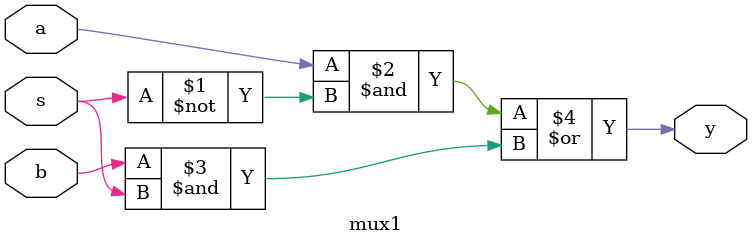
<source format=v>
`timescale 1ns/1ns

module mux1(a, b, s, y); /* define module */
	input  a, b, s;      /* input signal (1bit) */
	output y;            /* output signal (1bit) */
	
	/* assign output */
	assign y  = (a & ~s) | (b & s);
	
endmodule

</source>
